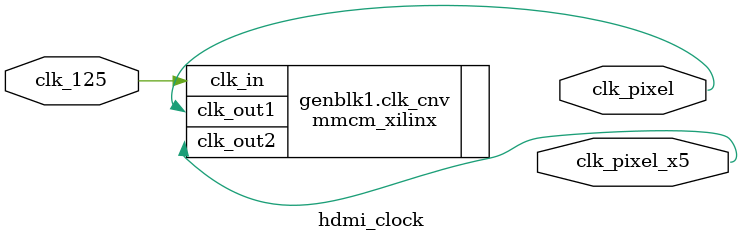
<source format=sv>
`timescale 1ns / 1ns

module hdmi_clock
  #(
     parameter int VIDEO_ID_CODE = 1
   )
   (
     input logic clk_125,
     output logic clk_pixel,
     output logic clk_pixel_x5
   );
  generate
    case (VIDEO_ID_CODE)
      1:  // 640x480 25.2MHz
        mmcm_xilinx  #(.MULT_F(16.125), .DIVCLK_DIVIDE(2), .DIV1_F(40.0), .DIV2(8), .CLKIN_PERIOD(8.0))
        clk_cnv (.clk_in(clk_125), .clk_out1(clk_pixel), .clk_out2(clk_pixel_x5));
      4:  // 1280x720 74.25MHz
        mmcm_xilinx  #(.MULT_F(62.375), .DIVCLK_DIVIDE(7), .DIV1_F(15.0), .DIV2(3), .CLKIN_PERIOD(8.0))
        clk_cnv (.clk_in(clk_125), .clk_out1(clk_pixel), .clk_out2(clk_pixel_x5));
      5:  // 800x600 40.0MHz
        mmcm_xilinx  #(.MULT_F(8.00), .DIVCLK_DIVIDE(1), .DIV1_F(25.0), .DIV2(5), .CLKIN_PERIOD(8.0))
        clk_cnv (.clk_in(clk_125), .clk_out1(clk_pixel), .clk_out2(clk_pixel_x5));
      6:  // 1024x600 48.964 MHz
        mmcm_xilinx  #(.MULT_F(23.5), .DIVCLK_DIVIDE(3), .DIV1_F(20.0), .DIV2(4), .CLKIN_PERIOD(8.0))
        clk_cnv (.clk_in(clk_125), .clk_out1(clk_pixel), .clk_out2(clk_pixel_x5));
      16:  // 1920x1080  	148.5MHz
        mmcm_xilinx  #(.MULT_F(11.875), .DIVCLK_DIVIDE(2), .DIV1_F(5.0), .DIV2(1), .CLKIN_PERIOD(8.0))
        clk_cnv (.clk_in(clk_125), .clk_out1(clk_pixel), .clk_out2(clk_pixel_x5));
    endcase
  endgenerate
endmodule

</source>
